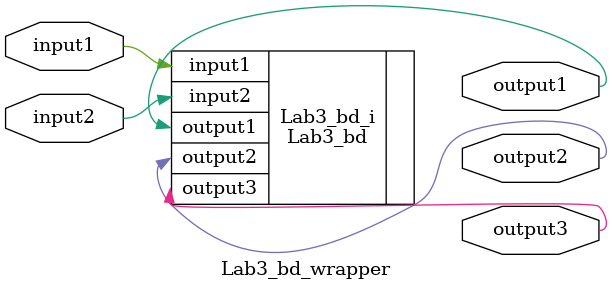
<source format=v>
`timescale 1 ps / 1 ps

module Lab3_bd_wrapper
   (input1,
    input2,
    output1,
    output2,
    output3);
  input input1;
  input input2;
  output [0:0]output1;
  output [0:0]output2;
  output output3;

  wire input1;
  wire input2;
  wire [0:0]output1;
  wire [0:0]output2;
  wire output3;

  Lab3_bd Lab3_bd_i
       (.input1(input1),
        .input2(input2),
        .output1(output1),
        .output2(output2),
        .output3(output3));
endmodule

</source>
